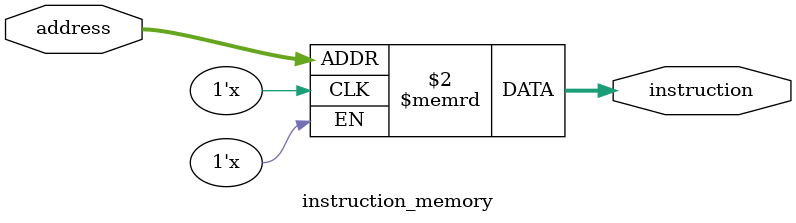
<source format=v>
/*module tb_instruction_memory();

    reg [200:0] file_name;
    reg [6:0] address;
    wire [31:0] instruction;

    instruction_memory uut (
        .file_name(file_name),
        .address(address),
        .instruction(instruction)
    );

    initial begin
        
        file_name = "instrucoes.txt";
        #10;

        address = 7'b0000000;
        #10;
        $display("Instrucao no enderco %d: %b", address, instruction);

        address = 7'b0000001;
        #10;
        $display("Instrucao no enderco %d: %b", address, instruction);

        address = 7'b0000010;
        #10;
        $display("Instrucao no enderco %d: %b", address, instruction);

        address = 7'b0000011;
        #10;
        $display("Instrucao no enderco %d: %b", address, instruction);

        #10 $finish;
    end

endmodule*/


module instruction_memory(
    input wire [31:0] address,
    output reg [31:0] instruction

);

reg [31:0] instructions_file [127:0];
integer file;
integer status;

// always@(file_name)begin

//     file = $fopen(file_name, "r");
//     if(file)begin
//         for(integer i = 0; i < 128; i = i + 1)begin
//            status = $fscanf(file, "%b", instructions_file[i]);
//         end
//         $fclose(file);

//     end else begin
//         $display("Erro para abrir");
//     end
// end


always@(address)begin
    instruction <= instructions_file[address];
end

endmodule
</source>
